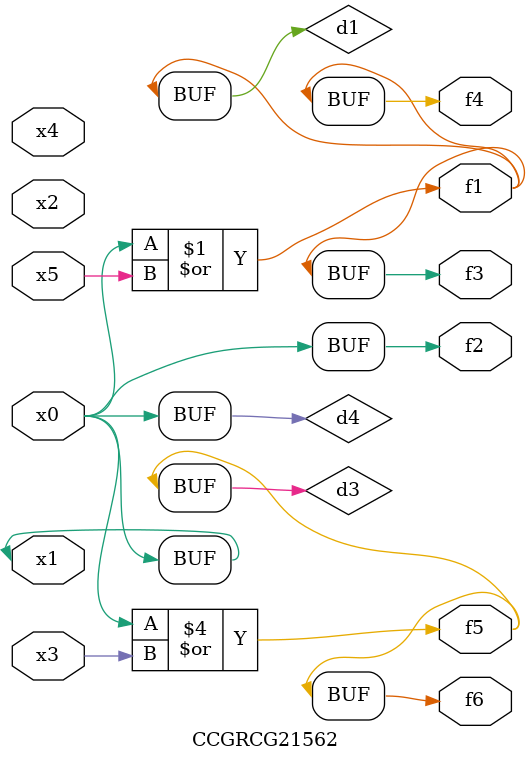
<source format=v>
module CCGRCG21562(
	input x0, x1, x2, x3, x4, x5,
	output f1, f2, f3, f4, f5, f6
);

	wire d1, d2, d3, d4;

	or (d1, x0, x5);
	xnor (d2, x1, x4);
	or (d3, x0, x3);
	buf (d4, x0, x1);
	assign f1 = d1;
	assign f2 = d4;
	assign f3 = d1;
	assign f4 = d1;
	assign f5 = d3;
	assign f6 = d3;
endmodule

</source>
